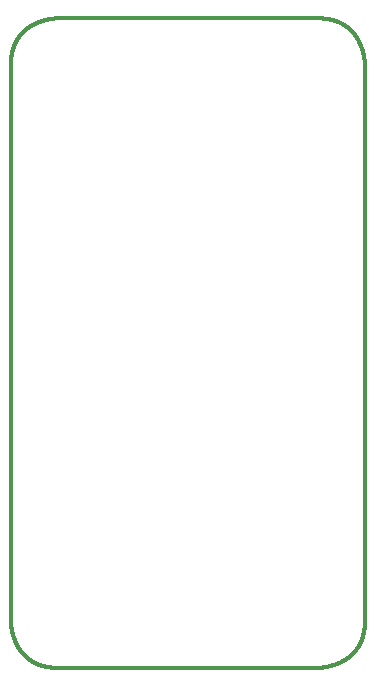
<source format=gbr>
%TF.GenerationSoftware,KiCad,Pcbnew,9.0.0*%
%TF.CreationDate,2025-02-26T16:47:43+09:00*%
%TF.ProjectId,TCIS,54434953-2e6b-4696-9361-645f70636258,rev?*%
%TF.SameCoordinates,Original*%
%TF.FileFunction,Profile,NP*%
%FSLAX46Y46*%
G04 Gerber Fmt 4.6, Leading zero omitted, Abs format (unit mm)*
G04 Created by KiCad (PCBNEW 9.0.0) date 2025-02-26 16:47:43*
%MOMM*%
%LPD*%
G01*
G04 APERTURE LIST*
%ADD10C,0.300000*%
%TA.AperFunction,Profile*%
%ADD11C,0.300000*%
%TD*%
G04 APERTURE END LIST*
D10*
X121000000Y-80000000D02*
X120999990Y-80010944D01*
X120999960Y-80021869D01*
X120999910Y-80032773D01*
X120999840Y-80043658D01*
X120999751Y-80054523D01*
X120999641Y-80065368D01*
X120999512Y-80076193D01*
X120999363Y-80086998D01*
X120999194Y-80097784D01*
X120999006Y-80108550D01*
X120998798Y-80119296D01*
X120998570Y-80130023D01*
X120998323Y-80140730D01*
X120998057Y-80151417D01*
X120997770Y-80162085D01*
X120997465Y-80172734D01*
X120997140Y-80183363D01*
X120996795Y-80193973D01*
X120996431Y-80204563D01*
X120996048Y-80215134D01*
X120995645Y-80225686D01*
X120995224Y-80236218D01*
X120994783Y-80246732D01*
X120994322Y-80257225D01*
X120993843Y-80267700D01*
X120993345Y-80278156D01*
X120992827Y-80288593D01*
X120992291Y-80299010D01*
X120991735Y-80309409D01*
X120991160Y-80319789D01*
X120990567Y-80330150D01*
X120989954Y-80340491D01*
X120989323Y-80350814D01*
X120988672Y-80361118D01*
X120988003Y-80371404D01*
X120987315Y-80381670D01*
X120986609Y-80391918D01*
X120985883Y-80402147D01*
X120985139Y-80412358D01*
X120984376Y-80422549D01*
X120983595Y-80432723D01*
X120982795Y-80442877D01*
X120981976Y-80453014D01*
X120981139Y-80463131D01*
X120980283Y-80473231D01*
X120979409Y-80483312D01*
X120978516Y-80493374D01*
X120977605Y-80503418D01*
X120976675Y-80513444D01*
X120975727Y-80523452D01*
X120974761Y-80533441D01*
X120973777Y-80543412D01*
X120972774Y-80553365D01*
X120971753Y-80563300D01*
X120970713Y-80573217D01*
X120969656Y-80583115D01*
X120968580Y-80592996D01*
X120967486Y-80602858D01*
X120966374Y-80612704D01*
X120965244Y-80622530D01*
X120964096Y-80632339D01*
X120962930Y-80642129D01*
X120961746Y-80651903D01*
X120960544Y-80661658D01*
X120959324Y-80671396D01*
X120958086Y-80681115D01*
X120956830Y-80690818D01*
X120955557Y-80700502D01*
X120954265Y-80710170D01*
X120952956Y-80719818D01*
X120951629Y-80729451D01*
X120950284Y-80739064D01*
X120948921Y-80748662D01*
X120947541Y-80758240D01*
X120946143Y-80767803D01*
X120944728Y-80777346D01*
X120943294Y-80786874D01*
X120941844Y-80796383D01*
X120940375Y-80805877D01*
X120938889Y-80815351D01*
X120937386Y-80824810D01*
X120935865Y-80834250D01*
X120934326Y-80843674D01*
X120932771Y-80853080D01*
X120931197Y-80862470D01*
X120929607Y-80871842D01*
X120927998Y-80881198D01*
X120926373Y-80890535D01*
X120924730Y-80899858D01*
X120923070Y-80909161D01*
X120921393Y-80918450D01*
X120919699Y-80927719D01*
X120917987Y-80936974D01*
X120916258Y-80946210D01*
X120914511Y-80955432D01*
X120912748Y-80964634D01*
X120910967Y-80973822D01*
X120909170Y-80982991D01*
X120907355Y-80992146D01*
X120905524Y-81001282D01*
X120903675Y-81010403D01*
X120901809Y-81019506D01*
X120899926Y-81028594D01*
X120898026Y-81037664D01*
X120896109Y-81046719D01*
X120894175Y-81055756D01*
X120892225Y-81064779D01*
X120890257Y-81073783D01*
X120888272Y-81082773D01*
X120886271Y-81091745D01*
X120884253Y-81100702D01*
X120882218Y-81109641D01*
X120880166Y-81118566D01*
X120878098Y-81127473D01*
X120876012Y-81136366D01*
X120873910Y-81145240D01*
X120871791Y-81154101D01*
X120869656Y-81162943D01*
X120867503Y-81171771D01*
X120865335Y-81180582D01*
X120863149Y-81189378D01*
X120860947Y-81198156D01*
X120858728Y-81206921D01*
X120856493Y-81215668D01*
X120854241Y-81224401D01*
X120851973Y-81233116D01*
X120849687Y-81241818D01*
X120847386Y-81250501D01*
X120845068Y-81259171D01*
X120842734Y-81267823D01*
X120840382Y-81276462D01*
X120838015Y-81285083D01*
X120835631Y-81293690D01*
X120833231Y-81302280D01*
X120830814Y-81310857D01*
X120828381Y-81319415D01*
X120825931Y-81327961D01*
X120823466Y-81336488D01*
X120820984Y-81345003D01*
X120818485Y-81353500D01*
X120815970Y-81361984D01*
X120813440Y-81370450D01*
X120810892Y-81378903D01*
X120808329Y-81387339D01*
X120805748Y-81395762D01*
X120803153Y-81404167D01*
X120800540Y-81412559D01*
X120797912Y-81420934D01*
X120795267Y-81429296D01*
X120792607Y-81437641D01*
X120787236Y-81454287D01*
X120781802Y-81470873D01*
X120776303Y-81487400D01*
X120770739Y-81503867D01*
X120765111Y-81520274D01*
X120759420Y-81536623D01*
X120753664Y-81552912D01*
X120747844Y-81569143D01*
X120741960Y-81585315D01*
X120736013Y-81601429D01*
X120730002Y-81617485D01*
X120723927Y-81633483D01*
X120717789Y-81649423D01*
X120711588Y-81665305D01*
X120705323Y-81681131D01*
X120698994Y-81696899D01*
X120692603Y-81712611D01*
X120686148Y-81728266D01*
X120679630Y-81743864D01*
X120673049Y-81759406D01*
X120666406Y-81774892D01*
X120659699Y-81790323D01*
X120652929Y-81805697D01*
X120646097Y-81821016D01*
X120639202Y-81836280D01*
X120632244Y-81851489D01*
X120625223Y-81866643D01*
X120618140Y-81881742D01*
X120610994Y-81896786D01*
X120603786Y-81911776D01*
X120596515Y-81926712D01*
X120589181Y-81941594D01*
X120581785Y-81956422D01*
X120574326Y-81971196D01*
X120566806Y-81985917D01*
X120559222Y-82000585D01*
X120551576Y-82015199D01*
X120543868Y-82029761D01*
X120536098Y-82044269D01*
X120528265Y-82058725D01*
X120520369Y-82073129D01*
X120512412Y-82087480D01*
X120504392Y-82101779D01*
X120496309Y-82116025D01*
X120488164Y-82130220D01*
X120479957Y-82144363D01*
X120471688Y-82158455D01*
X120463356Y-82172495D01*
X120454961Y-82186484D01*
X120446504Y-82200422D01*
X120437985Y-82214308D01*
X120429403Y-82228144D01*
X120420759Y-82241929D01*
X120412053Y-82255664D01*
X120403283Y-82269348D01*
X120394451Y-82282981D01*
X120385557Y-82296565D01*
X120376600Y-82310098D01*
X120367580Y-82323581D01*
X120358498Y-82337014D01*
X120349352Y-82350398D01*
X120340144Y-82363732D01*
X120330874Y-82377017D01*
X120321540Y-82390252D01*
X120312143Y-82403437D01*
X120302683Y-82416574D01*
X120293161Y-82429662D01*
X120283575Y-82442700D01*
X120273926Y-82455690D01*
X120264214Y-82468630D01*
X120254438Y-82481522D01*
X120244599Y-82494366D01*
X120234697Y-82507161D01*
X120224731Y-82519907D01*
X120214702Y-82532605D01*
X120204609Y-82545255D01*
X120194453Y-82557857D01*
X120184232Y-82570410D01*
X120173948Y-82582916D01*
X120163600Y-82595373D01*
X120153188Y-82607783D01*
X120142712Y-82620145D01*
X120132171Y-82632459D01*
X120121567Y-82644725D01*
X120110898Y-82656943D01*
X120100165Y-82669114D01*
X120089367Y-82681238D01*
X120078504Y-82693313D01*
X120067577Y-82705342D01*
X120056585Y-82717323D01*
X120045528Y-82729256D01*
X120034407Y-82741142D01*
X120023220Y-82752981D01*
X120011968Y-82764773D01*
X120000650Y-82776517D01*
X119989268Y-82788214D01*
X119977820Y-82799864D01*
X119966306Y-82811467D01*
X119954726Y-82823023D01*
X119943081Y-82834531D01*
X119931370Y-82845993D01*
X119919593Y-82857407D01*
X119907750Y-82868774D01*
X119895841Y-82880094D01*
X119883865Y-82891367D01*
X119871823Y-82902593D01*
X119859714Y-82913771D01*
X119847539Y-82924903D01*
X119835297Y-82935987D01*
X119822988Y-82947025D01*
X119810612Y-82958015D01*
X119798169Y-82968958D01*
X119785658Y-82979853D01*
X119773081Y-82990702D01*
X119760436Y-83001503D01*
X119747723Y-83012257D01*
X119734943Y-83022964D01*
X119722095Y-83033623D01*
X119709180Y-83044235D01*
X119696196Y-83054799D01*
X119683144Y-83065316D01*
X119670024Y-83075786D01*
X119656835Y-83086207D01*
X119643579Y-83096581D01*
X119630253Y-83106908D01*
X119616859Y-83117186D01*
X119603397Y-83127417D01*
X119589865Y-83137600D01*
X119576264Y-83147735D01*
X119562595Y-83157822D01*
X119548856Y-83167860D01*
X119535048Y-83177851D01*
X119521171Y-83187793D01*
X119507224Y-83197686D01*
X119493207Y-83207531D01*
X119479121Y-83217328D01*
X119464965Y-83227076D01*
X119450740Y-83236775D01*
X119436444Y-83246425D01*
X119422079Y-83256026D01*
X119407643Y-83265578D01*
X119393137Y-83275081D01*
X119378561Y-83284535D01*
X119363914Y-83293938D01*
X119349197Y-83303293D01*
X119334410Y-83312597D01*
X119319552Y-83321852D01*
X119304624Y-83331057D01*
X119289624Y-83340211D01*
X119274554Y-83349316D01*
X119259414Y-83358369D01*
X119244202Y-83367373D01*
X119228919Y-83376325D01*
X119213566Y-83385227D01*
X119198142Y-83394077D01*
X119182646Y-83402877D01*
X119167080Y-83411625D01*
X119151442Y-83420321D01*
X119135734Y-83428965D01*
X119119954Y-83437558D01*
X119104103Y-83446099D01*
X119088182Y-83454587D01*
X119072189Y-83463023D01*
X119056125Y-83471406D01*
X119039990Y-83479736D01*
X119023784Y-83488013D01*
X119007507Y-83496237D01*
X118991159Y-83504408D01*
X118974740Y-83512524D01*
X118958250Y-83520587D01*
X118941690Y-83528596D01*
X118925059Y-83536550D01*
X118908357Y-83544450D01*
X118891584Y-83552294D01*
X118874742Y-83560084D01*
X118857828Y-83567819D01*
X118840845Y-83575498D01*
X118823791Y-83583121D01*
X118806668Y-83590688D01*
X118789475Y-83598199D01*
X118772212Y-83605653D01*
X118754880Y-83613050D01*
X118737478Y-83620391D01*
X118720008Y-83627674D01*
X118702468Y-83634899D01*
X118684860Y-83642066D01*
X118667184Y-83649176D01*
X118649439Y-83656226D01*
X118631627Y-83663218D01*
X118613747Y-83670151D01*
X118595801Y-83677025D01*
X118577787Y-83683839D01*
X118559706Y-83690592D01*
X118541560Y-83697286D01*
X118523348Y-83703919D01*
X118505070Y-83710491D01*
X118486728Y-83717001D01*
X118468321Y-83723450D01*
X118449850Y-83729838D01*
X118431316Y-83736162D01*
X118412718Y-83742425D01*
X118394059Y-83748624D01*
X118375337Y-83754760D01*
X118356555Y-83760832D01*
X118337712Y-83766840D01*
X118318809Y-83772783D01*
X118299847Y-83778662D01*
X118280827Y-83784476D01*
X118261749Y-83790224D01*
X118242614Y-83795906D01*
X118223423Y-83801521D01*
X118204178Y-83807070D01*
X118184878Y-83812552D01*
X118165526Y-83817966D01*
X118146121Y-83823312D01*
X118126666Y-83828590D01*
X118107160Y-83833799D01*
X118087607Y-83838938D01*
X118068006Y-83844008D01*
X118048358Y-83849008D01*
X118028667Y-83853937D01*
X118008932Y-83858795D01*
X117989156Y-83863581D01*
X117969339Y-83868296D01*
X117949485Y-83872938D01*
X117929594Y-83877507D01*
X117909668Y-83882002D01*
X117889709Y-83886424D01*
X117869720Y-83890771D01*
X117849702Y-83895043D01*
X117829658Y-83899240D01*
X117809590Y-83903361D01*
X117789501Y-83907405D01*
X117769393Y-83911372D01*
X117749269Y-83915261D01*
X117729132Y-83919073D01*
X117708986Y-83922805D01*
X117688833Y-83926459D01*
X117668676Y-83930032D01*
X117648521Y-83933525D01*
X117628370Y-83936937D01*
X117608227Y-83940268D01*
X117588098Y-83943516D01*
X117567986Y-83946681D01*
X117547897Y-83949763D01*
X117527837Y-83952761D01*
X117507809Y-83955674D01*
X117487822Y-83958501D01*
X117467881Y-83961242D01*
X117447993Y-83963897D01*
X117428166Y-83966464D01*
X117408407Y-83968943D01*
X117388726Y-83971333D01*
X117369131Y-83973634D01*
X117349634Y-83975844D01*
X117330244Y-83977963D01*
X117310975Y-83979990D01*
X117291840Y-83981925D01*
X117272852Y-83983766D01*
X117254029Y-83985513D01*
X117235389Y-83987165D01*
X117216950Y-83988721D01*
X117198736Y-83990180D01*
X117180773Y-83991542D01*
X117163089Y-83992805D01*
X117145719Y-83993969D01*
X117128700Y-83995033D01*
X117112080Y-83995996D01*
X117095914Y-83996856D01*
X117080271Y-83997614D01*
X117065234Y-83998267D01*
X117050916Y-83998817D01*
X117037466Y-83999260D01*
X117025101Y-83999599D01*
X117014165Y-83999832D01*
X117005295Y-83999962D01*
X117000000Y-84000000D01*
D11*
X91000000Y-80000000D02*
X91000000Y-33000000D01*
X121000000Y-33000000D02*
X121000000Y-80000000D01*
D10*
X95000000Y-84000000D02*
X94989056Y-83999990D01*
X94978131Y-83999960D01*
X94967227Y-83999910D01*
X94956342Y-83999840D01*
X94945477Y-83999751D01*
X94934632Y-83999641D01*
X94923807Y-83999512D01*
X94913002Y-83999363D01*
X94902216Y-83999194D01*
X94891450Y-83999006D01*
X94880704Y-83998798D01*
X94869977Y-83998570D01*
X94859270Y-83998323D01*
X94848583Y-83998057D01*
X94837915Y-83997770D01*
X94827266Y-83997465D01*
X94816637Y-83997140D01*
X94806027Y-83996795D01*
X94795437Y-83996431D01*
X94784866Y-83996048D01*
X94774314Y-83995645D01*
X94763782Y-83995224D01*
X94753268Y-83994783D01*
X94742775Y-83994322D01*
X94732300Y-83993843D01*
X94721844Y-83993345D01*
X94711407Y-83992827D01*
X94700990Y-83992291D01*
X94690591Y-83991735D01*
X94680211Y-83991160D01*
X94669850Y-83990567D01*
X94659509Y-83989954D01*
X94649186Y-83989323D01*
X94638882Y-83988672D01*
X94628596Y-83988003D01*
X94618330Y-83987315D01*
X94608082Y-83986609D01*
X94597853Y-83985883D01*
X94587642Y-83985139D01*
X94577451Y-83984376D01*
X94567277Y-83983595D01*
X94557123Y-83982795D01*
X94546986Y-83981976D01*
X94536869Y-83981139D01*
X94526769Y-83980283D01*
X94516688Y-83979409D01*
X94506626Y-83978516D01*
X94496582Y-83977605D01*
X94486556Y-83976675D01*
X94476548Y-83975727D01*
X94466559Y-83974761D01*
X94456588Y-83973777D01*
X94446635Y-83972774D01*
X94436700Y-83971753D01*
X94426783Y-83970713D01*
X94416885Y-83969656D01*
X94407004Y-83968580D01*
X94397142Y-83967486D01*
X94387296Y-83966374D01*
X94377470Y-83965244D01*
X94367661Y-83964096D01*
X94357871Y-83962930D01*
X94348097Y-83961746D01*
X94338342Y-83960544D01*
X94328604Y-83959324D01*
X94318885Y-83958086D01*
X94309182Y-83956830D01*
X94299498Y-83955557D01*
X94289830Y-83954265D01*
X94280182Y-83952956D01*
X94270549Y-83951629D01*
X94260936Y-83950284D01*
X94251338Y-83948921D01*
X94241760Y-83947541D01*
X94232197Y-83946143D01*
X94222654Y-83944728D01*
X94213126Y-83943294D01*
X94203617Y-83941844D01*
X94194123Y-83940375D01*
X94184649Y-83938889D01*
X94175190Y-83937386D01*
X94165750Y-83935865D01*
X94156326Y-83934326D01*
X94146920Y-83932771D01*
X94137530Y-83931197D01*
X94128158Y-83929607D01*
X94118802Y-83927998D01*
X94109465Y-83926373D01*
X94100142Y-83924730D01*
X94090839Y-83923070D01*
X94081550Y-83921393D01*
X94072281Y-83919699D01*
X94063026Y-83917987D01*
X94053790Y-83916258D01*
X94044568Y-83914511D01*
X94035366Y-83912748D01*
X94026178Y-83910967D01*
X94017009Y-83909170D01*
X94007854Y-83907355D01*
X93998718Y-83905524D01*
X93989597Y-83903675D01*
X93980494Y-83901809D01*
X93971406Y-83899926D01*
X93962336Y-83898026D01*
X93953281Y-83896109D01*
X93944244Y-83894175D01*
X93935221Y-83892225D01*
X93926217Y-83890257D01*
X93917227Y-83888272D01*
X93908255Y-83886271D01*
X93899298Y-83884253D01*
X93890359Y-83882218D01*
X93881434Y-83880166D01*
X93872527Y-83878098D01*
X93863634Y-83876012D01*
X93854760Y-83873910D01*
X93845899Y-83871791D01*
X93837057Y-83869656D01*
X93828229Y-83867503D01*
X93819418Y-83865335D01*
X93810622Y-83863149D01*
X93801844Y-83860947D01*
X93793079Y-83858728D01*
X93784332Y-83856493D01*
X93775599Y-83854241D01*
X93766884Y-83851973D01*
X93758182Y-83849687D01*
X93749499Y-83847386D01*
X93740829Y-83845068D01*
X93732177Y-83842734D01*
X93723538Y-83840382D01*
X93714917Y-83838015D01*
X93706310Y-83835631D01*
X93697720Y-83833231D01*
X93689143Y-83830814D01*
X93680585Y-83828381D01*
X93672039Y-83825931D01*
X93663512Y-83823466D01*
X93654997Y-83820984D01*
X93646500Y-83818485D01*
X93638016Y-83815970D01*
X93629550Y-83813440D01*
X93621097Y-83810892D01*
X93612661Y-83808329D01*
X93604238Y-83805748D01*
X93595833Y-83803153D01*
X93587441Y-83800540D01*
X93579066Y-83797912D01*
X93570704Y-83795267D01*
X93562359Y-83792607D01*
X93545713Y-83787236D01*
X93529127Y-83781802D01*
X93512600Y-83776303D01*
X93496133Y-83770739D01*
X93479726Y-83765111D01*
X93463377Y-83759420D01*
X93447088Y-83753664D01*
X93430857Y-83747844D01*
X93414685Y-83741960D01*
X93398571Y-83736013D01*
X93382515Y-83730002D01*
X93366517Y-83723927D01*
X93350577Y-83717789D01*
X93334695Y-83711588D01*
X93318869Y-83705323D01*
X93303101Y-83698994D01*
X93287389Y-83692603D01*
X93271734Y-83686148D01*
X93256136Y-83679630D01*
X93240594Y-83673049D01*
X93225108Y-83666406D01*
X93209677Y-83659699D01*
X93194303Y-83652929D01*
X93178984Y-83646097D01*
X93163720Y-83639202D01*
X93148511Y-83632244D01*
X93133357Y-83625223D01*
X93118258Y-83618140D01*
X93103214Y-83610994D01*
X93088224Y-83603786D01*
X93073288Y-83596515D01*
X93058406Y-83589181D01*
X93043578Y-83581785D01*
X93028804Y-83574326D01*
X93014083Y-83566806D01*
X92999415Y-83559222D01*
X92984801Y-83551576D01*
X92970239Y-83543868D01*
X92955731Y-83536098D01*
X92941275Y-83528265D01*
X92926871Y-83520369D01*
X92912520Y-83512412D01*
X92898221Y-83504392D01*
X92883975Y-83496309D01*
X92869780Y-83488164D01*
X92855637Y-83479957D01*
X92841545Y-83471688D01*
X92827505Y-83463356D01*
X92813516Y-83454961D01*
X92799578Y-83446504D01*
X92785692Y-83437985D01*
X92771856Y-83429403D01*
X92758071Y-83420759D01*
X92744336Y-83412053D01*
X92730652Y-83403283D01*
X92717019Y-83394451D01*
X92703435Y-83385557D01*
X92689902Y-83376600D01*
X92676419Y-83367580D01*
X92662986Y-83358498D01*
X92649602Y-83349352D01*
X92636268Y-83340144D01*
X92622983Y-83330874D01*
X92609748Y-83321540D01*
X92596563Y-83312143D01*
X92583426Y-83302683D01*
X92570338Y-83293161D01*
X92557300Y-83283575D01*
X92544310Y-83273926D01*
X92531370Y-83264214D01*
X92518478Y-83254438D01*
X92505634Y-83244599D01*
X92492839Y-83234697D01*
X92480093Y-83224731D01*
X92467395Y-83214702D01*
X92454745Y-83204609D01*
X92442143Y-83194453D01*
X92429590Y-83184232D01*
X92417084Y-83173948D01*
X92404627Y-83163600D01*
X92392217Y-83153188D01*
X92379855Y-83142712D01*
X92367541Y-83132171D01*
X92355275Y-83121567D01*
X92343057Y-83110898D01*
X92330886Y-83100165D01*
X92318762Y-83089367D01*
X92306687Y-83078504D01*
X92294658Y-83067577D01*
X92282677Y-83056585D01*
X92270744Y-83045528D01*
X92258858Y-83034407D01*
X92247019Y-83023220D01*
X92235227Y-83011968D01*
X92223483Y-83000650D01*
X92211786Y-82989268D01*
X92200136Y-82977820D01*
X92188533Y-82966306D01*
X92176977Y-82954726D01*
X92165469Y-82943081D01*
X92154007Y-82931370D01*
X92142593Y-82919593D01*
X92131226Y-82907750D01*
X92119906Y-82895841D01*
X92108633Y-82883865D01*
X92097407Y-82871823D01*
X92086229Y-82859714D01*
X92075097Y-82847539D01*
X92064013Y-82835297D01*
X92052975Y-82822988D01*
X92041985Y-82810612D01*
X92031042Y-82798169D01*
X92020147Y-82785658D01*
X92009298Y-82773081D01*
X91998497Y-82760436D01*
X91987743Y-82747723D01*
X91977036Y-82734943D01*
X91966377Y-82722095D01*
X91955765Y-82709180D01*
X91945201Y-82696196D01*
X91934684Y-82683144D01*
X91924214Y-82670024D01*
X91913793Y-82656835D01*
X91903419Y-82643579D01*
X91893092Y-82630253D01*
X91882814Y-82616859D01*
X91872583Y-82603397D01*
X91862400Y-82589865D01*
X91852265Y-82576264D01*
X91842178Y-82562595D01*
X91832140Y-82548856D01*
X91822149Y-82535048D01*
X91812207Y-82521171D01*
X91802314Y-82507224D01*
X91792469Y-82493207D01*
X91782672Y-82479121D01*
X91772924Y-82464965D01*
X91763225Y-82450740D01*
X91753575Y-82436444D01*
X91743974Y-82422079D01*
X91734422Y-82407643D01*
X91724919Y-82393137D01*
X91715465Y-82378561D01*
X91706062Y-82363914D01*
X91696707Y-82349197D01*
X91687403Y-82334410D01*
X91678148Y-82319552D01*
X91668943Y-82304624D01*
X91659789Y-82289624D01*
X91650684Y-82274554D01*
X91641631Y-82259414D01*
X91632627Y-82244202D01*
X91623675Y-82228919D01*
X91614773Y-82213566D01*
X91605923Y-82198142D01*
X91597123Y-82182646D01*
X91588375Y-82167080D01*
X91579679Y-82151442D01*
X91571035Y-82135734D01*
X91562442Y-82119954D01*
X91553901Y-82104103D01*
X91545413Y-82088182D01*
X91536977Y-82072189D01*
X91528594Y-82056125D01*
X91520264Y-82039990D01*
X91511987Y-82023784D01*
X91503763Y-82007507D01*
X91495592Y-81991159D01*
X91487476Y-81974740D01*
X91479413Y-81958250D01*
X91471404Y-81941690D01*
X91463450Y-81925059D01*
X91455550Y-81908357D01*
X91447706Y-81891584D01*
X91439916Y-81874742D01*
X91432181Y-81857828D01*
X91424502Y-81840845D01*
X91416879Y-81823791D01*
X91409312Y-81806668D01*
X91401801Y-81789475D01*
X91394347Y-81772212D01*
X91386950Y-81754880D01*
X91379609Y-81737478D01*
X91372326Y-81720008D01*
X91365101Y-81702468D01*
X91357934Y-81684860D01*
X91350824Y-81667184D01*
X91343774Y-81649439D01*
X91336782Y-81631627D01*
X91329849Y-81613747D01*
X91322975Y-81595801D01*
X91316161Y-81577787D01*
X91309408Y-81559706D01*
X91302714Y-81541560D01*
X91296081Y-81523348D01*
X91289509Y-81505070D01*
X91282999Y-81486728D01*
X91276550Y-81468321D01*
X91270162Y-81449850D01*
X91263838Y-81431316D01*
X91257575Y-81412718D01*
X91251376Y-81394059D01*
X91245240Y-81375337D01*
X91239168Y-81356555D01*
X91233160Y-81337712D01*
X91227217Y-81318809D01*
X91221338Y-81299847D01*
X91215524Y-81280827D01*
X91209776Y-81261749D01*
X91204094Y-81242614D01*
X91198479Y-81223423D01*
X91192930Y-81204178D01*
X91187448Y-81184878D01*
X91182034Y-81165526D01*
X91176688Y-81146121D01*
X91171410Y-81126666D01*
X91166201Y-81107160D01*
X91161062Y-81087607D01*
X91155992Y-81068006D01*
X91150992Y-81048358D01*
X91146063Y-81028667D01*
X91141205Y-81008932D01*
X91136419Y-80989156D01*
X91131704Y-80969339D01*
X91127062Y-80949485D01*
X91122493Y-80929594D01*
X91117998Y-80909668D01*
X91113576Y-80889709D01*
X91109229Y-80869720D01*
X91104957Y-80849702D01*
X91100760Y-80829658D01*
X91096639Y-80809590D01*
X91092595Y-80789501D01*
X91088628Y-80769393D01*
X91084739Y-80749269D01*
X91080927Y-80729132D01*
X91077195Y-80708986D01*
X91073541Y-80688833D01*
X91069968Y-80668676D01*
X91066475Y-80648521D01*
X91063063Y-80628370D01*
X91059732Y-80608227D01*
X91056484Y-80588098D01*
X91053319Y-80567986D01*
X91050237Y-80547897D01*
X91047239Y-80527837D01*
X91044326Y-80507809D01*
X91041499Y-80487822D01*
X91038758Y-80467881D01*
X91036103Y-80447993D01*
X91033536Y-80428166D01*
X91031057Y-80408407D01*
X91028667Y-80388726D01*
X91026366Y-80369131D01*
X91024156Y-80349634D01*
X91022037Y-80330244D01*
X91020010Y-80310975D01*
X91018075Y-80291840D01*
X91016234Y-80272852D01*
X91014487Y-80254029D01*
X91012835Y-80235389D01*
X91011279Y-80216950D01*
X91009820Y-80198736D01*
X91008458Y-80180773D01*
X91007195Y-80163089D01*
X91006031Y-80145719D01*
X91004967Y-80128700D01*
X91004004Y-80112080D01*
X91003144Y-80095914D01*
X91002386Y-80080271D01*
X91001733Y-80065234D01*
X91001183Y-80050916D01*
X91000740Y-80037466D01*
X91000401Y-80025101D01*
X91000168Y-80014165D01*
X91000038Y-80005295D01*
X91000000Y-80000000D01*
D11*
X95000000Y-29000000D02*
X117000000Y-29000000D01*
D10*
X91000000Y-33000000D02*
X91000010Y-32989056D01*
X91000040Y-32978131D01*
X91000090Y-32967227D01*
X91000160Y-32956342D01*
X91000249Y-32945477D01*
X91000359Y-32934632D01*
X91000488Y-32923807D01*
X91000637Y-32913002D01*
X91000806Y-32902216D01*
X91000994Y-32891450D01*
X91001202Y-32880704D01*
X91001430Y-32869977D01*
X91001677Y-32859270D01*
X91001943Y-32848583D01*
X91002230Y-32837915D01*
X91002535Y-32827266D01*
X91002860Y-32816637D01*
X91003205Y-32806027D01*
X91003569Y-32795437D01*
X91003952Y-32784866D01*
X91004355Y-32774314D01*
X91004776Y-32763782D01*
X91005217Y-32753268D01*
X91005678Y-32742775D01*
X91006157Y-32732300D01*
X91006655Y-32721844D01*
X91007173Y-32711407D01*
X91007709Y-32700990D01*
X91008265Y-32690591D01*
X91008840Y-32680211D01*
X91009433Y-32669850D01*
X91010046Y-32659509D01*
X91010677Y-32649186D01*
X91011328Y-32638882D01*
X91011997Y-32628596D01*
X91012685Y-32618330D01*
X91013391Y-32608082D01*
X91014117Y-32597853D01*
X91014861Y-32587642D01*
X91015624Y-32577451D01*
X91016405Y-32567277D01*
X91017205Y-32557123D01*
X91018024Y-32546986D01*
X91018861Y-32536869D01*
X91019717Y-32526769D01*
X91020591Y-32516688D01*
X91021484Y-32506626D01*
X91022395Y-32496582D01*
X91023325Y-32486556D01*
X91024273Y-32476548D01*
X91025239Y-32466559D01*
X91026223Y-32456588D01*
X91027226Y-32446635D01*
X91028247Y-32436700D01*
X91029287Y-32426783D01*
X91030344Y-32416885D01*
X91031420Y-32407004D01*
X91032514Y-32397142D01*
X91033626Y-32387296D01*
X91034756Y-32377470D01*
X91035904Y-32367661D01*
X91037070Y-32357871D01*
X91038254Y-32348097D01*
X91039456Y-32338342D01*
X91040676Y-32328604D01*
X91041914Y-32318885D01*
X91043170Y-32309182D01*
X91044443Y-32299498D01*
X91045735Y-32289830D01*
X91047044Y-32280182D01*
X91048371Y-32270549D01*
X91049716Y-32260936D01*
X91051079Y-32251338D01*
X91052459Y-32241760D01*
X91053857Y-32232197D01*
X91055272Y-32222654D01*
X91056706Y-32213126D01*
X91058156Y-32203617D01*
X91059625Y-32194123D01*
X91061111Y-32184649D01*
X91062614Y-32175190D01*
X91064135Y-32165750D01*
X91065674Y-32156326D01*
X91067229Y-32146920D01*
X91068803Y-32137530D01*
X91070393Y-32128158D01*
X91072002Y-32118802D01*
X91073627Y-32109465D01*
X91075270Y-32100142D01*
X91076930Y-32090839D01*
X91078607Y-32081550D01*
X91080301Y-32072281D01*
X91082013Y-32063026D01*
X91083742Y-32053790D01*
X91085489Y-32044568D01*
X91087252Y-32035366D01*
X91089033Y-32026178D01*
X91090830Y-32017009D01*
X91092645Y-32007854D01*
X91094476Y-31998718D01*
X91096325Y-31989597D01*
X91098191Y-31980494D01*
X91100074Y-31971406D01*
X91101974Y-31962336D01*
X91103891Y-31953281D01*
X91105825Y-31944244D01*
X91107775Y-31935221D01*
X91109743Y-31926217D01*
X91111728Y-31917227D01*
X91113729Y-31908255D01*
X91115747Y-31899298D01*
X91117782Y-31890359D01*
X91119834Y-31881434D01*
X91121902Y-31872527D01*
X91123988Y-31863634D01*
X91126090Y-31854760D01*
X91128209Y-31845899D01*
X91130344Y-31837057D01*
X91132497Y-31828229D01*
X91134665Y-31819418D01*
X91136851Y-31810622D01*
X91139053Y-31801844D01*
X91141272Y-31793079D01*
X91143507Y-31784332D01*
X91145759Y-31775599D01*
X91148027Y-31766884D01*
X91150313Y-31758182D01*
X91152614Y-31749499D01*
X91154932Y-31740829D01*
X91157266Y-31732177D01*
X91159618Y-31723538D01*
X91161985Y-31714917D01*
X91164369Y-31706310D01*
X91166769Y-31697720D01*
X91169186Y-31689143D01*
X91171619Y-31680585D01*
X91174069Y-31672039D01*
X91176534Y-31663512D01*
X91179016Y-31654997D01*
X91181515Y-31646500D01*
X91184030Y-31638016D01*
X91186560Y-31629550D01*
X91189108Y-31621097D01*
X91191671Y-31612661D01*
X91194252Y-31604238D01*
X91196847Y-31595833D01*
X91199460Y-31587441D01*
X91202088Y-31579066D01*
X91204733Y-31570704D01*
X91207393Y-31562359D01*
X91212764Y-31545713D01*
X91218198Y-31529127D01*
X91223697Y-31512600D01*
X91229261Y-31496133D01*
X91234889Y-31479726D01*
X91240580Y-31463377D01*
X91246336Y-31447088D01*
X91252156Y-31430857D01*
X91258040Y-31414685D01*
X91263987Y-31398571D01*
X91269998Y-31382515D01*
X91276073Y-31366517D01*
X91282211Y-31350577D01*
X91288412Y-31334695D01*
X91294677Y-31318869D01*
X91301006Y-31303101D01*
X91307397Y-31287389D01*
X91313852Y-31271734D01*
X91320370Y-31256136D01*
X91326951Y-31240594D01*
X91333594Y-31225108D01*
X91340301Y-31209677D01*
X91347071Y-31194303D01*
X91353903Y-31178984D01*
X91360798Y-31163720D01*
X91367756Y-31148511D01*
X91374777Y-31133357D01*
X91381860Y-31118258D01*
X91389006Y-31103214D01*
X91396214Y-31088224D01*
X91403485Y-31073288D01*
X91410819Y-31058406D01*
X91418215Y-31043578D01*
X91425674Y-31028804D01*
X91433194Y-31014083D01*
X91440778Y-30999415D01*
X91448424Y-30984801D01*
X91456132Y-30970239D01*
X91463902Y-30955731D01*
X91471735Y-30941275D01*
X91479631Y-30926871D01*
X91487588Y-30912520D01*
X91495608Y-30898221D01*
X91503691Y-30883975D01*
X91511836Y-30869780D01*
X91520043Y-30855637D01*
X91528312Y-30841545D01*
X91536644Y-30827505D01*
X91545039Y-30813516D01*
X91553496Y-30799578D01*
X91562015Y-30785692D01*
X91570597Y-30771856D01*
X91579241Y-30758071D01*
X91587947Y-30744336D01*
X91596717Y-30730652D01*
X91605549Y-30717019D01*
X91614443Y-30703435D01*
X91623400Y-30689902D01*
X91632420Y-30676419D01*
X91641502Y-30662986D01*
X91650648Y-30649602D01*
X91659856Y-30636268D01*
X91669126Y-30622983D01*
X91678460Y-30609748D01*
X91687857Y-30596563D01*
X91697317Y-30583426D01*
X91706839Y-30570338D01*
X91716425Y-30557300D01*
X91726074Y-30544310D01*
X91735786Y-30531370D01*
X91745562Y-30518478D01*
X91755401Y-30505634D01*
X91765303Y-30492839D01*
X91775269Y-30480093D01*
X91785298Y-30467395D01*
X91795391Y-30454745D01*
X91805547Y-30442143D01*
X91815768Y-30429590D01*
X91826052Y-30417084D01*
X91836400Y-30404627D01*
X91846812Y-30392217D01*
X91857288Y-30379855D01*
X91867829Y-30367541D01*
X91878433Y-30355275D01*
X91889102Y-30343057D01*
X91899835Y-30330886D01*
X91910633Y-30318762D01*
X91921496Y-30306687D01*
X91932423Y-30294658D01*
X91943415Y-30282677D01*
X91954472Y-30270744D01*
X91965593Y-30258858D01*
X91976780Y-30247019D01*
X91988032Y-30235227D01*
X91999350Y-30223483D01*
X92010732Y-30211786D01*
X92022180Y-30200136D01*
X92033694Y-30188533D01*
X92045274Y-30176977D01*
X92056919Y-30165469D01*
X92068630Y-30154007D01*
X92080407Y-30142593D01*
X92092250Y-30131226D01*
X92104159Y-30119906D01*
X92116135Y-30108633D01*
X92128177Y-30097407D01*
X92140286Y-30086229D01*
X92152461Y-30075097D01*
X92164703Y-30064013D01*
X92177012Y-30052975D01*
X92189388Y-30041985D01*
X92201831Y-30031042D01*
X92214342Y-30020147D01*
X92226919Y-30009298D01*
X92239564Y-29998497D01*
X92252277Y-29987743D01*
X92265057Y-29977036D01*
X92277905Y-29966377D01*
X92290820Y-29955765D01*
X92303804Y-29945201D01*
X92316856Y-29934684D01*
X92329976Y-29924214D01*
X92343165Y-29913793D01*
X92356421Y-29903419D01*
X92369747Y-29893092D01*
X92383141Y-29882814D01*
X92396603Y-29872583D01*
X92410135Y-29862400D01*
X92423736Y-29852265D01*
X92437405Y-29842178D01*
X92451144Y-29832140D01*
X92464952Y-29822149D01*
X92478829Y-29812207D01*
X92492776Y-29802314D01*
X92506793Y-29792469D01*
X92520879Y-29782672D01*
X92535035Y-29772924D01*
X92549260Y-29763225D01*
X92563556Y-29753575D01*
X92577921Y-29743974D01*
X92592357Y-29734422D01*
X92606863Y-29724919D01*
X92621439Y-29715465D01*
X92636086Y-29706062D01*
X92650803Y-29696707D01*
X92665590Y-29687403D01*
X92680448Y-29678148D01*
X92695376Y-29668943D01*
X92710376Y-29659789D01*
X92725446Y-29650684D01*
X92740586Y-29641631D01*
X92755798Y-29632627D01*
X92771081Y-29623675D01*
X92786434Y-29614773D01*
X92801858Y-29605923D01*
X92817354Y-29597123D01*
X92832920Y-29588375D01*
X92848558Y-29579679D01*
X92864266Y-29571035D01*
X92880046Y-29562442D01*
X92895897Y-29553901D01*
X92911818Y-29545413D01*
X92927811Y-29536977D01*
X92943875Y-29528594D01*
X92960010Y-29520264D01*
X92976216Y-29511987D01*
X92992493Y-29503763D01*
X93008841Y-29495592D01*
X93025260Y-29487476D01*
X93041750Y-29479413D01*
X93058310Y-29471404D01*
X93074941Y-29463450D01*
X93091643Y-29455550D01*
X93108416Y-29447706D01*
X93125258Y-29439916D01*
X93142172Y-29432181D01*
X93159155Y-29424502D01*
X93176209Y-29416879D01*
X93193332Y-29409312D01*
X93210525Y-29401801D01*
X93227788Y-29394347D01*
X93245120Y-29386950D01*
X93262522Y-29379609D01*
X93279992Y-29372326D01*
X93297532Y-29365101D01*
X93315140Y-29357934D01*
X93332816Y-29350824D01*
X93350561Y-29343774D01*
X93368373Y-29336782D01*
X93386253Y-29329849D01*
X93404199Y-29322975D01*
X93422213Y-29316161D01*
X93440294Y-29309408D01*
X93458440Y-29302714D01*
X93476652Y-29296081D01*
X93494930Y-29289509D01*
X93513272Y-29282999D01*
X93531679Y-29276550D01*
X93550150Y-29270162D01*
X93568684Y-29263838D01*
X93587282Y-29257575D01*
X93605941Y-29251376D01*
X93624663Y-29245240D01*
X93643445Y-29239168D01*
X93662288Y-29233160D01*
X93681191Y-29227217D01*
X93700153Y-29221338D01*
X93719173Y-29215524D01*
X93738251Y-29209776D01*
X93757386Y-29204094D01*
X93776577Y-29198479D01*
X93795822Y-29192930D01*
X93815122Y-29187448D01*
X93834474Y-29182034D01*
X93853879Y-29176688D01*
X93873334Y-29171410D01*
X93892840Y-29166201D01*
X93912393Y-29161062D01*
X93931994Y-29155992D01*
X93951642Y-29150992D01*
X93971333Y-29146063D01*
X93991068Y-29141205D01*
X94010844Y-29136419D01*
X94030661Y-29131704D01*
X94050515Y-29127062D01*
X94070406Y-29122493D01*
X94090332Y-29117998D01*
X94110291Y-29113576D01*
X94130280Y-29109229D01*
X94150298Y-29104957D01*
X94170342Y-29100760D01*
X94190410Y-29096639D01*
X94210499Y-29092595D01*
X94230607Y-29088628D01*
X94250731Y-29084739D01*
X94270868Y-29080927D01*
X94291014Y-29077195D01*
X94311167Y-29073541D01*
X94331324Y-29069968D01*
X94351479Y-29066475D01*
X94371630Y-29063063D01*
X94391773Y-29059732D01*
X94411902Y-29056484D01*
X94432014Y-29053319D01*
X94452103Y-29050237D01*
X94472163Y-29047239D01*
X94492191Y-29044326D01*
X94512178Y-29041499D01*
X94532119Y-29038758D01*
X94552007Y-29036103D01*
X94571834Y-29033536D01*
X94591593Y-29031057D01*
X94611274Y-29028667D01*
X94630869Y-29026366D01*
X94650366Y-29024156D01*
X94669756Y-29022037D01*
X94689025Y-29020010D01*
X94708160Y-29018075D01*
X94727148Y-29016234D01*
X94745971Y-29014487D01*
X94764611Y-29012835D01*
X94783050Y-29011279D01*
X94801264Y-29009820D01*
X94819227Y-29008458D01*
X94836911Y-29007195D01*
X94854281Y-29006031D01*
X94871300Y-29004967D01*
X94887920Y-29004004D01*
X94904086Y-29003144D01*
X94919729Y-29002386D01*
X94934766Y-29001733D01*
X94949084Y-29001183D01*
X94962534Y-29000740D01*
X94974899Y-29000401D01*
X94985835Y-29000168D01*
X94994705Y-29000038D01*
X95000000Y-29000000D01*
D11*
X117000000Y-84000000D02*
X95000000Y-84000000D01*
D10*
X117000000Y-29000000D02*
X117010944Y-29000010D01*
X117021869Y-29000040D01*
X117032773Y-29000090D01*
X117043658Y-29000160D01*
X117054523Y-29000249D01*
X117065368Y-29000359D01*
X117076193Y-29000488D01*
X117086998Y-29000637D01*
X117097784Y-29000806D01*
X117108550Y-29000994D01*
X117119296Y-29001202D01*
X117130023Y-29001430D01*
X117140730Y-29001677D01*
X117151417Y-29001943D01*
X117162085Y-29002230D01*
X117172734Y-29002535D01*
X117183363Y-29002860D01*
X117193973Y-29003205D01*
X117204563Y-29003569D01*
X117215134Y-29003952D01*
X117225686Y-29004355D01*
X117236218Y-29004776D01*
X117246732Y-29005217D01*
X117257225Y-29005678D01*
X117267700Y-29006157D01*
X117278156Y-29006655D01*
X117288593Y-29007173D01*
X117299010Y-29007709D01*
X117309409Y-29008265D01*
X117319789Y-29008840D01*
X117330150Y-29009433D01*
X117340491Y-29010046D01*
X117350814Y-29010677D01*
X117361118Y-29011328D01*
X117371404Y-29011997D01*
X117381670Y-29012685D01*
X117391918Y-29013391D01*
X117402147Y-29014117D01*
X117412358Y-29014861D01*
X117422549Y-29015624D01*
X117432723Y-29016405D01*
X117442877Y-29017205D01*
X117453014Y-29018024D01*
X117463131Y-29018861D01*
X117473231Y-29019717D01*
X117483312Y-29020591D01*
X117493374Y-29021484D01*
X117503418Y-29022395D01*
X117513444Y-29023325D01*
X117523452Y-29024273D01*
X117533441Y-29025239D01*
X117543412Y-29026223D01*
X117553365Y-29027226D01*
X117563300Y-29028247D01*
X117573217Y-29029287D01*
X117583115Y-29030344D01*
X117592996Y-29031420D01*
X117602858Y-29032514D01*
X117612704Y-29033626D01*
X117622530Y-29034756D01*
X117632339Y-29035904D01*
X117642129Y-29037070D01*
X117651903Y-29038254D01*
X117661658Y-29039456D01*
X117671396Y-29040676D01*
X117681115Y-29041914D01*
X117690818Y-29043170D01*
X117700502Y-29044443D01*
X117710170Y-29045735D01*
X117719818Y-29047044D01*
X117729451Y-29048371D01*
X117739064Y-29049716D01*
X117748662Y-29051079D01*
X117758240Y-29052459D01*
X117767803Y-29053857D01*
X117777346Y-29055272D01*
X117786874Y-29056706D01*
X117796383Y-29058156D01*
X117805877Y-29059625D01*
X117815351Y-29061111D01*
X117824810Y-29062614D01*
X117834250Y-29064135D01*
X117843674Y-29065674D01*
X117853080Y-29067229D01*
X117862470Y-29068803D01*
X117871842Y-29070393D01*
X117881198Y-29072002D01*
X117890535Y-29073627D01*
X117899858Y-29075270D01*
X117909161Y-29076930D01*
X117918450Y-29078607D01*
X117927719Y-29080301D01*
X117936974Y-29082013D01*
X117946210Y-29083742D01*
X117955432Y-29085489D01*
X117964634Y-29087252D01*
X117973822Y-29089033D01*
X117982991Y-29090830D01*
X117992146Y-29092645D01*
X118001282Y-29094476D01*
X118010403Y-29096325D01*
X118019506Y-29098191D01*
X118028594Y-29100074D01*
X118037664Y-29101974D01*
X118046719Y-29103891D01*
X118055756Y-29105825D01*
X118064779Y-29107775D01*
X118073783Y-29109743D01*
X118082773Y-29111728D01*
X118091745Y-29113729D01*
X118100702Y-29115747D01*
X118109641Y-29117782D01*
X118118566Y-29119834D01*
X118127473Y-29121902D01*
X118136366Y-29123988D01*
X118145240Y-29126090D01*
X118154101Y-29128209D01*
X118162943Y-29130344D01*
X118171771Y-29132497D01*
X118180582Y-29134665D01*
X118189378Y-29136851D01*
X118198156Y-29139053D01*
X118206921Y-29141272D01*
X118215668Y-29143507D01*
X118224401Y-29145759D01*
X118233116Y-29148027D01*
X118241818Y-29150313D01*
X118250501Y-29152614D01*
X118259171Y-29154932D01*
X118267823Y-29157266D01*
X118276462Y-29159618D01*
X118285083Y-29161985D01*
X118293690Y-29164369D01*
X118302280Y-29166769D01*
X118310857Y-29169186D01*
X118319415Y-29171619D01*
X118327961Y-29174069D01*
X118336488Y-29176534D01*
X118345003Y-29179016D01*
X118353500Y-29181515D01*
X118361984Y-29184030D01*
X118370450Y-29186560D01*
X118378903Y-29189108D01*
X118387339Y-29191671D01*
X118395762Y-29194252D01*
X118404167Y-29196847D01*
X118412559Y-29199460D01*
X118420934Y-29202088D01*
X118429296Y-29204733D01*
X118437641Y-29207393D01*
X118454287Y-29212764D01*
X118470873Y-29218198D01*
X118487400Y-29223697D01*
X118503867Y-29229261D01*
X118520274Y-29234889D01*
X118536623Y-29240580D01*
X118552912Y-29246336D01*
X118569143Y-29252156D01*
X118585315Y-29258040D01*
X118601429Y-29263987D01*
X118617485Y-29269998D01*
X118633483Y-29276073D01*
X118649423Y-29282211D01*
X118665305Y-29288412D01*
X118681131Y-29294677D01*
X118696899Y-29301006D01*
X118712611Y-29307397D01*
X118728266Y-29313852D01*
X118743864Y-29320370D01*
X118759406Y-29326951D01*
X118774892Y-29333594D01*
X118790323Y-29340301D01*
X118805697Y-29347071D01*
X118821016Y-29353903D01*
X118836280Y-29360798D01*
X118851489Y-29367756D01*
X118866643Y-29374777D01*
X118881742Y-29381860D01*
X118896786Y-29389006D01*
X118911776Y-29396214D01*
X118926712Y-29403485D01*
X118941594Y-29410819D01*
X118956422Y-29418215D01*
X118971196Y-29425674D01*
X118985917Y-29433194D01*
X119000585Y-29440778D01*
X119015199Y-29448424D01*
X119029761Y-29456132D01*
X119044269Y-29463902D01*
X119058725Y-29471735D01*
X119073129Y-29479631D01*
X119087480Y-29487588D01*
X119101779Y-29495608D01*
X119116025Y-29503691D01*
X119130220Y-29511836D01*
X119144363Y-29520043D01*
X119158455Y-29528312D01*
X119172495Y-29536644D01*
X119186484Y-29545039D01*
X119200422Y-29553496D01*
X119214308Y-29562015D01*
X119228144Y-29570597D01*
X119241929Y-29579241D01*
X119255664Y-29587947D01*
X119269348Y-29596717D01*
X119282981Y-29605549D01*
X119296565Y-29614443D01*
X119310098Y-29623400D01*
X119323581Y-29632420D01*
X119337014Y-29641502D01*
X119350398Y-29650648D01*
X119363732Y-29659856D01*
X119377017Y-29669126D01*
X119390252Y-29678460D01*
X119403437Y-29687857D01*
X119416574Y-29697317D01*
X119429662Y-29706839D01*
X119442700Y-29716425D01*
X119455690Y-29726074D01*
X119468630Y-29735786D01*
X119481522Y-29745562D01*
X119494366Y-29755401D01*
X119507161Y-29765303D01*
X119519907Y-29775269D01*
X119532605Y-29785298D01*
X119545255Y-29795391D01*
X119557857Y-29805547D01*
X119570410Y-29815768D01*
X119582916Y-29826052D01*
X119595373Y-29836400D01*
X119607783Y-29846812D01*
X119620145Y-29857288D01*
X119632459Y-29867829D01*
X119644725Y-29878433D01*
X119656943Y-29889102D01*
X119669114Y-29899835D01*
X119681238Y-29910633D01*
X119693313Y-29921496D01*
X119705342Y-29932423D01*
X119717323Y-29943415D01*
X119729256Y-29954472D01*
X119741142Y-29965593D01*
X119752981Y-29976780D01*
X119764773Y-29988032D01*
X119776517Y-29999350D01*
X119788214Y-30010732D01*
X119799864Y-30022180D01*
X119811467Y-30033694D01*
X119823023Y-30045274D01*
X119834531Y-30056919D01*
X119845993Y-30068630D01*
X119857407Y-30080407D01*
X119868774Y-30092250D01*
X119880094Y-30104159D01*
X119891367Y-30116135D01*
X119902593Y-30128177D01*
X119913771Y-30140286D01*
X119924903Y-30152461D01*
X119935987Y-30164703D01*
X119947025Y-30177012D01*
X119958015Y-30189388D01*
X119968958Y-30201831D01*
X119979853Y-30214342D01*
X119990702Y-30226919D01*
X120001503Y-30239564D01*
X120012257Y-30252277D01*
X120022964Y-30265057D01*
X120033623Y-30277905D01*
X120044235Y-30290820D01*
X120054799Y-30303804D01*
X120065316Y-30316856D01*
X120075786Y-30329976D01*
X120086207Y-30343165D01*
X120096581Y-30356421D01*
X120106908Y-30369747D01*
X120117186Y-30383141D01*
X120127417Y-30396603D01*
X120137600Y-30410135D01*
X120147735Y-30423736D01*
X120157822Y-30437405D01*
X120167860Y-30451144D01*
X120177851Y-30464952D01*
X120187793Y-30478829D01*
X120197686Y-30492776D01*
X120207531Y-30506793D01*
X120217328Y-30520879D01*
X120227076Y-30535035D01*
X120236775Y-30549260D01*
X120246425Y-30563556D01*
X120256026Y-30577921D01*
X120265578Y-30592357D01*
X120275081Y-30606863D01*
X120284535Y-30621439D01*
X120293938Y-30636086D01*
X120303293Y-30650803D01*
X120312597Y-30665590D01*
X120321852Y-30680448D01*
X120331057Y-30695376D01*
X120340211Y-30710376D01*
X120349316Y-30725446D01*
X120358369Y-30740586D01*
X120367373Y-30755798D01*
X120376325Y-30771081D01*
X120385227Y-30786434D01*
X120394077Y-30801858D01*
X120402877Y-30817354D01*
X120411625Y-30832920D01*
X120420321Y-30848558D01*
X120428965Y-30864266D01*
X120437558Y-30880046D01*
X120446099Y-30895897D01*
X120454587Y-30911818D01*
X120463023Y-30927811D01*
X120471406Y-30943875D01*
X120479736Y-30960010D01*
X120488013Y-30976216D01*
X120496237Y-30992493D01*
X120504408Y-31008841D01*
X120512524Y-31025260D01*
X120520587Y-31041750D01*
X120528596Y-31058310D01*
X120536550Y-31074941D01*
X120544450Y-31091643D01*
X120552294Y-31108416D01*
X120560084Y-31125258D01*
X120567819Y-31142172D01*
X120575498Y-31159155D01*
X120583121Y-31176209D01*
X120590688Y-31193332D01*
X120598199Y-31210525D01*
X120605653Y-31227788D01*
X120613050Y-31245120D01*
X120620391Y-31262522D01*
X120627674Y-31279992D01*
X120634899Y-31297532D01*
X120642066Y-31315140D01*
X120649176Y-31332816D01*
X120656226Y-31350561D01*
X120663218Y-31368373D01*
X120670151Y-31386253D01*
X120677025Y-31404199D01*
X120683839Y-31422213D01*
X120690592Y-31440294D01*
X120697286Y-31458440D01*
X120703919Y-31476652D01*
X120710491Y-31494930D01*
X120717001Y-31513272D01*
X120723450Y-31531679D01*
X120729838Y-31550150D01*
X120736162Y-31568684D01*
X120742425Y-31587282D01*
X120748624Y-31605941D01*
X120754760Y-31624663D01*
X120760832Y-31643445D01*
X120766840Y-31662288D01*
X120772783Y-31681191D01*
X120778662Y-31700153D01*
X120784476Y-31719173D01*
X120790224Y-31738251D01*
X120795906Y-31757386D01*
X120801521Y-31776577D01*
X120807070Y-31795822D01*
X120812552Y-31815122D01*
X120817966Y-31834474D01*
X120823312Y-31853879D01*
X120828590Y-31873334D01*
X120833799Y-31892840D01*
X120838938Y-31912393D01*
X120844008Y-31931994D01*
X120849008Y-31951642D01*
X120853937Y-31971333D01*
X120858795Y-31991068D01*
X120863581Y-32010844D01*
X120868296Y-32030661D01*
X120872938Y-32050515D01*
X120877507Y-32070406D01*
X120882002Y-32090332D01*
X120886424Y-32110291D01*
X120890771Y-32130280D01*
X120895043Y-32150298D01*
X120899240Y-32170342D01*
X120903361Y-32190410D01*
X120907405Y-32210499D01*
X120911372Y-32230607D01*
X120915261Y-32250731D01*
X120919073Y-32270868D01*
X120922805Y-32291014D01*
X120926459Y-32311167D01*
X120930032Y-32331324D01*
X120933525Y-32351479D01*
X120936937Y-32371630D01*
X120940268Y-32391773D01*
X120943516Y-32411902D01*
X120946681Y-32432014D01*
X120949763Y-32452103D01*
X120952761Y-32472163D01*
X120955674Y-32492191D01*
X120958501Y-32512178D01*
X120961242Y-32532119D01*
X120963897Y-32552007D01*
X120966464Y-32571834D01*
X120968943Y-32591593D01*
X120971333Y-32611274D01*
X120973634Y-32630869D01*
X120975844Y-32650366D01*
X120977963Y-32669756D01*
X120979990Y-32689025D01*
X120981925Y-32708160D01*
X120983766Y-32727148D01*
X120985513Y-32745971D01*
X120987165Y-32764611D01*
X120988721Y-32783050D01*
X120990180Y-32801264D01*
X120991542Y-32819227D01*
X120992805Y-32836911D01*
X120993969Y-32854281D01*
X120995033Y-32871300D01*
X120995996Y-32887920D01*
X120996856Y-32904086D01*
X120997614Y-32919729D01*
X120998267Y-32934766D01*
X120998817Y-32949084D01*
X120999260Y-32962534D01*
X120999599Y-32974899D01*
X120999832Y-32985835D01*
X120999962Y-32994705D01*
X121000000Y-33000000D01*
M02*

</source>
